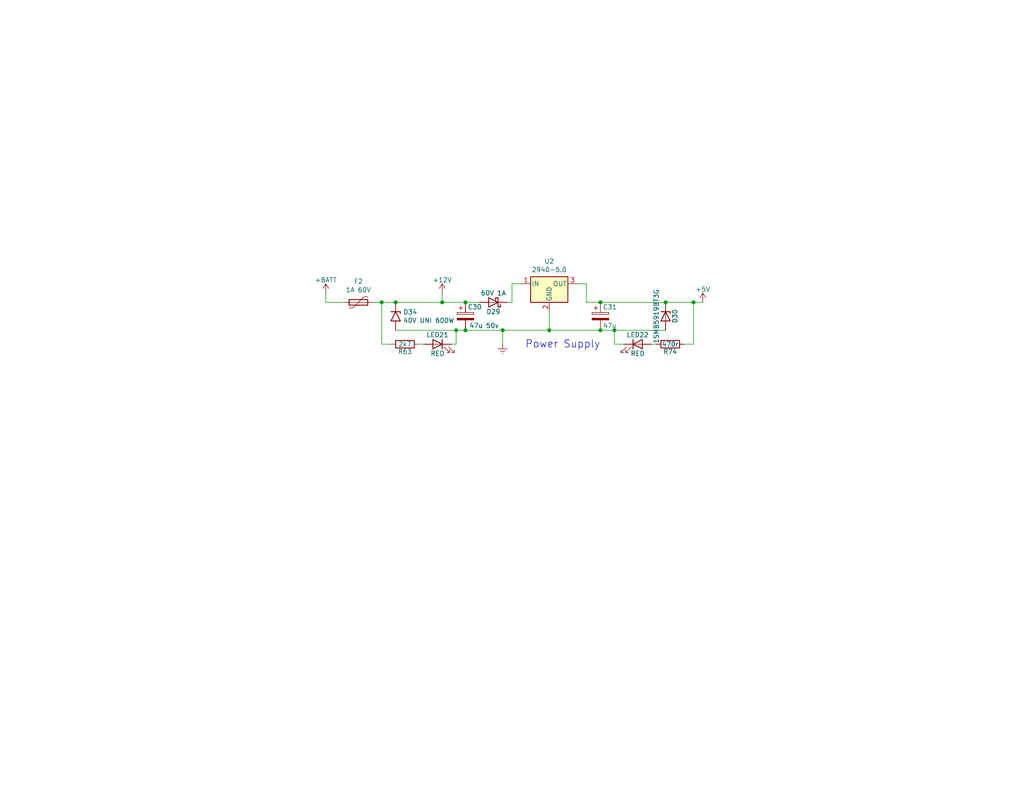
<source format=kicad_sch>
(kicad_sch (version 20211123) (generator eeschema)
  (paper "USLetter")
  (title_block (title "UA4C") (date "2022-07-13") (rev "C4") (company "WTMtronics") (comment 1 "White Fang"))
  (lib_symbols
    (symbol "Device:D_Schottky" (pin_numbers hide) (pin_names (offset 1.016) hide)
      (property "Reference" "D" (at 0 2.54 0))
      (property "Value" "D_Schottky" (at 0 -2.54 0))
      (symbol "D_Schottky_0_1"
        (polyline (pts (xy 1.27 0) (xy -1.27 0)))
        (polyline (pts (xy 1.27 1.27) (xy 1.27 -1.27) (xy -1.27 0) (xy 1.27 1.27)) (stroke (width 0.254)))
        (polyline (pts (xy -1.905 0.635) (xy -1.905 1.27) (xy -1.27 1.27) (xy -1.27 -1.27) (xy -0.635 -1.27) (xy -0.635 -0.635)) (stroke (width 0.254)))
      )
      (symbol "D_Schottky_1_1"
        (pin passive line (at -3.81 0 0) (length 2.54) (name "K") (number "1"))
        (pin passive line (at 3.81 0 180) (length 2.54) (name "A") (number "2"))
      )
    )
    (symbol "Device:D_Zener" (pin_numbers hide) (pin_names (offset 1.016) hide)
      (property "Reference" "D" (at 0 2.54 0))
      (property "Value" "D_Zener" (at 0 -2.54 0))
      (symbol "D_Zener_0_1"
        (polyline (pts (xy 1.27 0) (xy -1.27 0)))
        (polyline (pts (xy -1.27 -1.27) (xy -1.27 1.27) (xy -0.762 1.27)) (stroke (width 0.254)))
        (polyline (pts (xy 1.27 -1.27) (xy 1.27 1.27) (xy -1.27 0) (xy 1.27 -1.27)) (stroke (width 0.254)))
      )
      (symbol "D_Zener_1_1"
        (pin passive line (at -3.81 0 0) (length 2.54) (name "K") (number "1"))
        (pin passive line (at 3.81 0 180) (length 2.54) (name "A") (number "2"))
      )
    )
    (symbol "Device:LED" (pin_numbers hide) (pin_names (offset 1.016) hide)
      (property "Reference" "D" (at 0 2.54 0))
      (property "Value" "LED" (at 0 -2.54 0))
      (symbol "LED_0_1"
        (polyline (pts (xy -1.27 -1.27) (xy -1.27 1.27)) (stroke (width 0.254)))
        (polyline (pts (xy -1.27 0) (xy 1.27 0)))
        (polyline (pts (xy 1.27 -1.27) (xy 1.27 1.27) (xy -1.27 0) (xy 1.27 -1.27)) (stroke (width 0.254)))
        (polyline (pts (xy -3.048 -0.762) (xy -4.572 -2.286) (xy -3.81 -2.286) (xy -4.572 -2.286) (xy -4.572 -1.524)))
        (polyline (pts (xy -1.778 -0.762) (xy -3.302 -2.286) (xy -2.54 -2.286) (xy -3.302 -2.286) (xy -3.302 -1.524)))
      )
      (symbol "LED_1_1"
        (pin passive line (at -3.81 0 0) (length 2.54) (name "K") (number "1"))
        (pin passive line (at 3.81 0 180) (length 2.54) (name "A") (number "2"))
      )
    )
    (symbol "Device:Polyfuse" (pin_numbers hide) (pin_names (offset 0))
      (property "Reference" "F" (at -2.54 0 90))
      (property "Value" "Polyfuse" (at 2.54 0 90))
      (symbol "Polyfuse_0_1"
        (rectangle (start -0.762 2.54) (end 0.762 -2.54) (stroke (width 0.254)))
        (polyline (pts (xy 0 2.54) (xy 0 -2.54)))
        (polyline (pts (xy -1.524 2.54) (xy -1.524 1.524) (xy 1.524 -1.524) (xy 1.524 -2.54)))
      )
      (symbol "Polyfuse_1_1"
        (pin passive line (at 0 3.81 270) (length 1.27) (name "~") (number "1"))
        (pin passive line (at 0 -3.81 90) (length 1.27) (name "~") (number "2"))
      )
    )
    (symbol "Device:R" (pin_numbers hide) (pin_names (offset 0))
      (property "Reference" "R" (at 2.032 0 90))
      (property "Value" "R" (at 0 0 90))
      (symbol "R_0_1"
        (rectangle (start -1.016 -2.54) (end 1.016 2.54) (stroke (width 0.254)))
      )
      (symbol "R_1_1"
        (pin passive line (at 0 3.81 270) (length 1.27) (name "~") (number "1"))
        (pin passive line (at 0 -3.81 90) (length 1.27) (name "~") (number "2"))
      )
    )
    (symbol "Diode:SM6T39A" (pin_numbers hide) (pin_names (offset 1.016) hide)
      (property "Reference" "D" (at 0 2.54 0))
      (property "Value" "SM6T39A" (at 0 -2.54 0))
      (symbol "SM6T39A_0_1"
        (polyline (pts (xy -0.762 1.27) (xy -1.27 1.27) (xy -1.27 -1.27)) (stroke (width 0.254)))
        (polyline (pts (xy 1.27 1.27) (xy 1.27 -1.27) (xy -1.27 0) (xy 1.27 1.27)) (stroke (width 0.254)))
      )
      (symbol "SM6T39A_1_1"
        (pin passive line (at -3.81 0 0) (length 2.54) (name "A1") (number "1"))
        (pin passive line (at 3.81 0 180) (length 2.54) (name "A2") (number "2"))
      )
    )
    (symbol "Regulator_Linear:L7805" (pin_names (offset 0.254))
      (property "Reference" "U" (at -3.81 3.175 0))
      (property "Value" "L7805" (at 0 3.175 0))
      (symbol "L7805_0_1"
        (rectangle (start -5.08 1.905) (end 5.08 -5.08) (stroke (width 0.254)) (fill (type background)))
      )
      (symbol "L7805_1_1"
        (pin power_in line (at -7.62 0 0) (length 2.54) (name "IN") (number "1"))
        (pin power_in line (at 0 -7.62 90) (length 2.54) (name "GND") (number "2"))
        (pin power_out line (at 7.62 0 180) (length 2.54) (name "OUT") (number "3"))
      )
    )
    (symbol "Underdog-rescue:CP-Device" (pin_numbers hide) (pin_names (offset 0.254))
      (property "Reference" "C" (at 0.635 2.54 0))
      (property "Value" "CP-Device" (at 0.635 -2.54 0))
      (symbol "CP-Device_0_1"
        (rectangle (start -2.286 0.508) (end 2.286 1.016))
        (polyline (pts (xy -1.778 2.286) (xy -0.762 2.286)))
        (polyline (pts (xy -1.27 2.794) (xy -1.27 1.778)))
        (rectangle (start 2.286 -0.508) (end -2.286 -1.016) (fill (type outline)))
      )
      (symbol "CP-Device_1_1"
        (pin passive line (at 0 3.81 270) (length 2.794) (name "~") (number "1"))
        (pin passive line (at 0 -3.81 90) (length 2.794) (name "~") (number "2"))
      )
    )
    (symbol "power:+12V" (power) (pin_names (offset 0))
      (property "Value" "+12V" (at 0 3.556 0))
      (symbol "+12V_0_1"
        (polyline (pts (xy -0.762 1.27) (xy 0 2.54)))
        (polyline (pts (xy 0 0) (xy 0 2.54)))
        (polyline (pts (xy 0 2.54) (xy 0.762 1.27)))
      )
      (symbol "+12V_1_1"
        (pin power_in line (at 0 0 90) (length 0) hide (name "+12V") (number "1"))
      )
    )
    (symbol "power:+5V" (power) (pin_names (offset 0))
      (property "Value" "+5V" (at 0 3.556 0))
      (symbol "+5V_0_1"
        (polyline (pts (xy -0.762 1.27) (xy 0 2.54)))
        (polyline (pts (xy 0 0) (xy 0 2.54)))
        (polyline (pts (xy 0 2.54) (xy 0.762 1.27)))
      )
      (symbol "+5V_1_1"
        (pin power_in line (at 0 0 90) (length 0) hide (name "+5V") (number "1"))
      )
    )
    (symbol "power:+BATT" (power) (pin_names (offset 0))
      (property "Value" "+BATT" (at 0 3.556 0))
      (symbol "+BATT_0_1"
        (polyline (pts (xy -0.762 1.27) (xy 0 2.54)))
        (polyline (pts (xy 0 0) (xy 0 2.54)))
        (polyline (pts (xy 0 2.54) (xy 0.762 1.27)))
      )
      (symbol "+BATT_1_1"
        (pin power_in line (at 0 0 90) (length 0) hide (name "+BATT") (number "1"))
      )
    )
    (symbol "power:Earth" (power) (pin_names (offset 0))
      (symbol "Earth_0_1"
        (polyline (pts (xy -0.635 -1.905) (xy 0.635 -1.905)))
        (polyline (pts (xy -0.127 -2.54) (xy 0.127 -2.54)))
        (polyline (pts (xy 0 -1.27) (xy 0 0)))
        (polyline (pts (xy 1.27 -1.27) (xy -1.27 -1.27)))
      )
      (symbol "Earth_1_1"
        (pin power_in line (at 0 0 270) (length 0) hide (name "Earth") (number "1"))
      )
    )
  )
  (junction (at 127 82.55))
  (junction (at 127 90.17))
  (junction (at 124.46 90.17))
  (junction (at 137.16 90.17))
  (junction (at 163.83 90.17))
  (junction (at 107.95 82.55))
  (junction (at 120.65 82.55))
  (junction (at 189.23 82.55))
  (junction (at 104.14 82.55))
  (junction (at 149.86 90.17))
  (junction (at 167.64 90.17))
  (junction (at 181.61 82.55))
  (junction (at 163.83 82.55))
  (wire (pts (xy 124.46 93.98) (xy 123.19 93.98)))
  (wire (pts (xy 157.48 77.47) (xy 160.02 77.47)))
  (wire (pts (xy 120.65 82.55) (xy 127 82.55)))
  (wire (pts (xy 127 82.55) (xy 130.81 82.55)))
  (wire (pts (xy 167.64 90.17) (xy 181.61 90.17)))
  (wire (pts (xy 160.02 77.47) (xy 160.02 82.55)))
  (wire (pts (xy 149.86 90.17) (xy 163.83 90.17)))
  (wire (pts (xy 115.57 93.98) (xy 114.3 93.98)))
  (wire (pts (xy 88.9 80.01) (xy 88.9 82.55)))
  (wire (pts (xy 189.23 93.98) (xy 189.23 82.55)))
  (wire (pts (xy 104.14 82.55) (xy 104.14 93.98)))
  (wire (pts (xy 104.14 82.55) (xy 107.95 82.55)))
  (wire (pts (xy 107.95 82.55) (xy 120.65 82.55)))
  (wire (pts (xy 120.65 80.01) (xy 120.65 82.55)))
  (wire (pts (xy 124.46 93.98) (xy 124.46 90.17)))
  (wire (pts (xy 167.64 93.98) (xy 167.64 90.17)))
  (wire (pts (xy 139.7 77.47) (xy 142.24 77.47)))
  (wire (pts (xy 138.43 82.55) (xy 139.7 82.55)))
  (wire (pts (xy 163.83 90.17) (xy 167.64 90.17)))
  (wire (pts (xy 149.86 85.09) (xy 149.86 90.17)))
  (wire (pts (xy 127 90.17) (xy 137.16 90.17)))
  (wire (pts (xy 189.23 82.55) (xy 191.77 82.55)))
  (wire (pts (xy 139.7 77.47) (xy 139.7 82.55)))
  (wire (pts (xy 101.6 82.55) (xy 104.14 82.55)))
  (wire (pts (xy 163.83 82.55) (xy 181.61 82.55)))
  (wire (pts (xy 107.95 90.17) (xy 124.46 90.17)))
  (wire (pts (xy 186.69 93.98) (xy 189.23 93.98)))
  (wire (pts (xy 104.14 93.98) (xy 106.68 93.98)))
  (wire (pts (xy 137.16 90.17) (xy 149.86 90.17)))
  (wire (pts (xy 170.18 93.98) (xy 167.64 93.98)))
  (wire (pts (xy 124.46 90.17) (xy 127 90.17)))
  (wire (pts (xy 181.61 82.55) (xy 189.23 82.55)))
  (wire (pts (xy 160.02 82.55) (xy 163.83 82.55)))
  (wire (pts (xy 88.9 82.55) (xy 93.98 82.55)))
  (wire (pts (xy 137.16 93.98) (xy 137.16 90.17)))
  (wire (pts (xy 177.8 93.98) (xy 179.07 93.98)))
  (text "Power Supply" (at 163.83 95.25 180) (effects (font (size 2.0066 2.0066)) (justify right bottom)))
  (symbol (lib_id "power:+BATT") (at 88.9 80.01 0) (unit 1)
    (property "Reference" "#PWR097" (effects hide))
    (property "Value" "+BATT" (at 88.9 76.454 0))
  )
  (symbol (lib_id "Underdog-rescue:CP-Device") (at 163.83 86.36 0) (unit 1)
    (property "Reference" "C31" (at 164.465 83.82 0) (effects (justify left)))
    (property "Value" "47u" (at 164.465 88.9 0) (effects (justify left)))
    (property "Footprint" "Capacitor_Tantalum_SMD:CP_EIA-3216-18_Kemet-A" (effects hide))
    (property "PN" "TCJK476M006R0200" (effects hide))
    (property "MPN" "T55A476M6R3C0200" (effects hide))
  )
  (symbol (lib_id "power:+5V") (at 191.77 82.55 0) (unit 1)
    (property "Reference" "#PWR099" (effects hide))
    (property "Value" "+5V" (at 191.77 78.994 0))
  )
  (symbol (lib_id "Device:D_Zener") (at 181.61 86.36 270) (unit 1)
    (property "Reference" "D30" (at 184.15 86.36 0))
    (property "Value" "1SMB5919BT3G" (at 179.07 86.36 0))
    (property "Footprint" "Diode_SMD:D_SMB" (effects hide))
    (property "Datasheet" "https://www.mouser.com/datasheet/2/308/1SMB5913BT3-D-1292981.pdf" (effects hide))
    (property "PN" "1SMB5919BT3G" (effects hide))
    (property "MPN" "1SMB5919BT3G" (effects hide))
  )
  (symbol (lib_id "Device:R") (at 110.49 93.98 270) (unit 1)
    (property "Reference" "R63" (at 110.49 96.012 90))
    (property "Value" "2k7" (at 110.49 93.98 90))
    (property "Footprint" "Resistor_SMD:R_0603_1608Metric" (effects hide))
    (property "MPN" "RK73B1JTTD272J" (effects hide))
  )
  (symbol (lib_id "Device:LED") (at 119.38 93.98 0) (mirror y) (unit 1)
    (property "Reference" "LED21" (at 119.38 91.44 0))
    (property "Value" "RED" (at 119.38 96.52 0))
    (property "Footprint" "LED_SMD:LED_0603_1608Metric" (effects hide))
    (property "MPN" "SML-310LTT86" (effects hide))
  )
  (symbol (lib_id "power:+12V") (at 120.65 80.01 0) (unit 1)
    (property "Reference" "#PWR098" (effects hide))
    (property "Value" "+12V" (at 120.65 76.454 0))
  )
  (symbol (lib_id "power:Earth") (at 137.16 93.98 0) (unit 1)
    (property "Reference" "#PWR0100" (effects hide))
    (property "Value" "Earth" (effects hide))
  )
  (symbol (lib_id "Device:D_Schottky") (at 134.62 82.55 180) (unit 1)
    (property "Reference" "D29" (at 134.62 85.09 0))
    (property "Value" "60V 1A" (at 134.62 80.01 0))
    (property "Footprint" "Diode_SMD:D_SMA" (effects hide))
    (property "Datasheet" "https://www.diodes.com/assets/Datasheets/ds13002.pdf" (effects hide))
    (property "MPN" "B160-E3/61T" (effects hide))
  )
  (symbol (lib_id "Device:LED") (at 173.99 93.98 0) (unit 1)
    (property "Reference" "LED22" (at 173.99 91.44 0))
    (property "Value" "RED" (at 173.99 96.52 0))
    (property "Footprint" "LED_SMD:LED_0603_1608Metric" (effects hide))
    (property "MPN" "SML-310LTT86" (effects hide))
  )
  (symbol (lib_id "Device:R") (at 182.88 93.98 270) (unit 1)
    (property "Reference" "R74" (at 182.88 96.012 90))
    (property "Value" "470r" (at 182.88 93.98 90))
    (property "Footprint" "Resistor_SMD:R_0805_2012Metric" (effects hide))
    (property "MPN" "RK73H2ATTD4700F" (effects hide))
  )
  (symbol (lib_id "Underdog-rescue:CP-Device") (at 127 86.36 0) (unit 1)
    (property "Reference" "C30" (at 129.54 83.82 0))
    (property "Value" "47u 50v" (at 132.08 88.9 0))
    (property "Footprint" "Capacitor_SMD:CP_Elec_6.3x5.4" (effects hide))
    (property "Datasheet" "https://datasheet.octopart.com/EEE-FT1H470AL-Panasonic-datasheet-147569663.pdf" (effects hide))
    (property "MPN" "EEE-FT1H470AL" (effects hide))
  )
  (symbol (lib_id "Diode:SM6T39A") (at 107.95 86.36 270) (unit 1)
    (property "Reference" "D34" (at 109.982 85.1916 90) (effects (justify left)))
    (property "Value" "40V UNI 600W" (at 109.982 87.503 90) (effects (justify left)))
    (property "Footprint" "Diode_SMD:D_SMB" (effects hide))
    (property "MPN" "SMBJ40A" (effects hide))
  )
  (symbol (lib_id "Device:Polyfuse") (at 97.79 82.55 270) (unit 1)
    (property "Reference" "F2" (at 97.79 76.835 90))
    (property "Value" "1A 60V" (at 97.79 79.1464 90))
    (property "Footprint" "Fuse:Fuse_2920_7451Metric_Castellated" (effects hide))
    (property "MPN" "0ZCF0100AF2A" (effects hide))
  )
  (symbol (lib_id "Regulator_Linear:L7805") (at 149.86 77.47 0) (unit 1)
    (property "Reference" "U2" (at 149.86 71.3232 0))
    (property "Value" "2940-5.0" (at 149.86 73.6346 0))
    (property "Footprint" "Package_TO_SOT_SMD:TO-252-3_TabPin2" (effects hide))
    (property "Datasheet" "http://www.st.com/content/ccc/resource/technical/document/datasheet/41/4f/b3/b0/12/d4/47/88/CD00000444.pdf/files/CD00000444.pdf/jcr:content/translations/en.CD00000444.pdf" (effects hide))
  )
)
</source>
